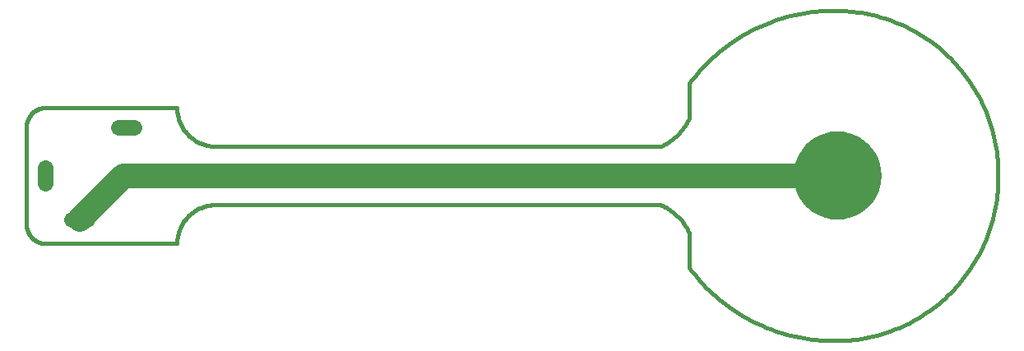
<source format=gtl>
G75*
%MOIN*%
%OFA0B0*%
%FSLAX25Y25*%
%IPPOS*%
%LPD*%
%AMOC8*
5,1,8,0,0,1.08239X$1,22.5*
%
%ADD10C,0.01600*%
%ADD11C,0.06337*%
%ADD12C,0.10000*%
%ADD13C,0.00600*%
D10*
X0023106Y0041189D02*
X0076256Y0041189D01*
X0076261Y0041570D01*
X0076274Y0041950D01*
X0076297Y0042330D01*
X0076330Y0042709D01*
X0076371Y0043087D01*
X0076421Y0043464D01*
X0076481Y0043840D01*
X0076549Y0044215D01*
X0076627Y0044587D01*
X0076714Y0044958D01*
X0076809Y0045326D01*
X0076914Y0045692D01*
X0077027Y0046055D01*
X0077149Y0046416D01*
X0077279Y0046773D01*
X0077419Y0047127D01*
X0077566Y0047478D01*
X0077723Y0047825D01*
X0077887Y0048168D01*
X0078060Y0048507D01*
X0078241Y0048842D01*
X0078430Y0049173D01*
X0078627Y0049498D01*
X0078831Y0049819D01*
X0079044Y0050135D01*
X0079264Y0050445D01*
X0079491Y0050751D01*
X0079726Y0051050D01*
X0079968Y0051344D01*
X0080216Y0051632D01*
X0080472Y0051914D01*
X0080735Y0052189D01*
X0081004Y0052458D01*
X0081279Y0052721D01*
X0081561Y0052977D01*
X0081849Y0053225D01*
X0082143Y0053467D01*
X0082442Y0053702D01*
X0082748Y0053929D01*
X0083058Y0054149D01*
X0083374Y0054362D01*
X0083695Y0054566D01*
X0084020Y0054763D01*
X0084351Y0054952D01*
X0084686Y0055133D01*
X0085025Y0055306D01*
X0085368Y0055470D01*
X0085715Y0055627D01*
X0086066Y0055774D01*
X0086420Y0055914D01*
X0086777Y0056044D01*
X0087138Y0056166D01*
X0087501Y0056279D01*
X0087867Y0056384D01*
X0088235Y0056479D01*
X0088606Y0056566D01*
X0088978Y0056644D01*
X0089353Y0056712D01*
X0089729Y0056772D01*
X0090106Y0056822D01*
X0090484Y0056863D01*
X0090863Y0056896D01*
X0091243Y0056919D01*
X0091623Y0056932D01*
X0092004Y0056937D01*
X0272122Y0056937D01*
X0283933Y0045126D02*
X0283933Y0031347D01*
X0283933Y0045126D02*
X0283728Y0045603D01*
X0283513Y0046076D01*
X0283286Y0046543D01*
X0283048Y0047004D01*
X0282799Y0047460D01*
X0282539Y0047910D01*
X0282269Y0048354D01*
X0281988Y0048791D01*
X0281697Y0049221D01*
X0281395Y0049644D01*
X0281084Y0050060D01*
X0280763Y0050468D01*
X0280432Y0050868D01*
X0280092Y0051261D01*
X0279743Y0051645D01*
X0279384Y0052021D01*
X0279017Y0052388D01*
X0278641Y0052747D01*
X0278257Y0053096D01*
X0277864Y0053436D01*
X0277464Y0053767D01*
X0277056Y0054088D01*
X0276640Y0054399D01*
X0276217Y0054701D01*
X0275787Y0054992D01*
X0275350Y0055273D01*
X0274906Y0055543D01*
X0274456Y0055803D01*
X0274000Y0056052D01*
X0273539Y0056290D01*
X0273072Y0056517D01*
X0272599Y0056732D01*
X0272122Y0056937D01*
X0272122Y0080559D02*
X0092004Y0080559D01*
X0091623Y0080564D01*
X0091243Y0080577D01*
X0090863Y0080600D01*
X0090484Y0080633D01*
X0090106Y0080674D01*
X0089729Y0080724D01*
X0089353Y0080784D01*
X0088978Y0080852D01*
X0088606Y0080930D01*
X0088235Y0081017D01*
X0087867Y0081112D01*
X0087501Y0081217D01*
X0087138Y0081330D01*
X0086777Y0081452D01*
X0086420Y0081582D01*
X0086066Y0081722D01*
X0085715Y0081869D01*
X0085368Y0082026D01*
X0085025Y0082190D01*
X0084686Y0082363D01*
X0084351Y0082544D01*
X0084020Y0082733D01*
X0083695Y0082930D01*
X0083374Y0083134D01*
X0083058Y0083347D01*
X0082748Y0083567D01*
X0082442Y0083794D01*
X0082143Y0084029D01*
X0081849Y0084271D01*
X0081561Y0084519D01*
X0081279Y0084775D01*
X0081004Y0085038D01*
X0080735Y0085307D01*
X0080472Y0085582D01*
X0080216Y0085864D01*
X0079968Y0086152D01*
X0079726Y0086446D01*
X0079491Y0086745D01*
X0079264Y0087051D01*
X0079044Y0087361D01*
X0078831Y0087677D01*
X0078627Y0087998D01*
X0078430Y0088323D01*
X0078241Y0088654D01*
X0078060Y0088989D01*
X0077887Y0089328D01*
X0077723Y0089671D01*
X0077566Y0090018D01*
X0077419Y0090369D01*
X0077279Y0090723D01*
X0077149Y0091080D01*
X0077027Y0091441D01*
X0076914Y0091804D01*
X0076809Y0092170D01*
X0076714Y0092538D01*
X0076627Y0092909D01*
X0076549Y0093281D01*
X0076481Y0093656D01*
X0076421Y0094032D01*
X0076371Y0094409D01*
X0076330Y0094787D01*
X0076297Y0095166D01*
X0076274Y0095546D01*
X0076261Y0095926D01*
X0076256Y0096307D01*
X0023106Y0096307D01*
X0022916Y0096305D01*
X0022726Y0096298D01*
X0022536Y0096286D01*
X0022346Y0096270D01*
X0022157Y0096250D01*
X0021968Y0096224D01*
X0021780Y0096195D01*
X0021593Y0096160D01*
X0021407Y0096121D01*
X0021222Y0096078D01*
X0021037Y0096030D01*
X0020854Y0095978D01*
X0020673Y0095922D01*
X0020493Y0095861D01*
X0020314Y0095795D01*
X0020137Y0095726D01*
X0019961Y0095652D01*
X0019788Y0095574D01*
X0019616Y0095491D01*
X0019447Y0095405D01*
X0019279Y0095315D01*
X0019114Y0095220D01*
X0018951Y0095122D01*
X0018791Y0095019D01*
X0018633Y0094913D01*
X0018478Y0094803D01*
X0018325Y0094690D01*
X0018175Y0094572D01*
X0018029Y0094451D01*
X0017885Y0094327D01*
X0017744Y0094199D01*
X0017606Y0094068D01*
X0017471Y0093933D01*
X0017340Y0093795D01*
X0017212Y0093654D01*
X0017088Y0093510D01*
X0016967Y0093364D01*
X0016849Y0093214D01*
X0016736Y0093061D01*
X0016626Y0092906D01*
X0016520Y0092748D01*
X0016417Y0092588D01*
X0016319Y0092425D01*
X0016224Y0092260D01*
X0016134Y0092092D01*
X0016048Y0091923D01*
X0015965Y0091751D01*
X0015887Y0091578D01*
X0015813Y0091402D01*
X0015744Y0091225D01*
X0015678Y0091046D01*
X0015617Y0090866D01*
X0015561Y0090685D01*
X0015509Y0090502D01*
X0015461Y0090317D01*
X0015418Y0090132D01*
X0015379Y0089946D01*
X0015344Y0089759D01*
X0015315Y0089571D01*
X0015289Y0089382D01*
X0015269Y0089193D01*
X0015253Y0089003D01*
X0015241Y0088813D01*
X0015234Y0088623D01*
X0015232Y0088433D01*
X0015232Y0049063D01*
X0015234Y0048873D01*
X0015241Y0048683D01*
X0015253Y0048493D01*
X0015269Y0048303D01*
X0015289Y0048114D01*
X0015315Y0047925D01*
X0015344Y0047737D01*
X0015379Y0047550D01*
X0015418Y0047364D01*
X0015461Y0047179D01*
X0015509Y0046994D01*
X0015561Y0046811D01*
X0015617Y0046630D01*
X0015678Y0046450D01*
X0015744Y0046271D01*
X0015813Y0046094D01*
X0015887Y0045918D01*
X0015965Y0045745D01*
X0016048Y0045573D01*
X0016134Y0045404D01*
X0016224Y0045236D01*
X0016319Y0045071D01*
X0016417Y0044908D01*
X0016520Y0044748D01*
X0016626Y0044590D01*
X0016736Y0044435D01*
X0016849Y0044282D01*
X0016967Y0044132D01*
X0017088Y0043986D01*
X0017212Y0043842D01*
X0017340Y0043701D01*
X0017471Y0043563D01*
X0017606Y0043428D01*
X0017744Y0043297D01*
X0017885Y0043169D01*
X0018029Y0043045D01*
X0018175Y0042924D01*
X0018325Y0042806D01*
X0018478Y0042693D01*
X0018633Y0042583D01*
X0018791Y0042477D01*
X0018951Y0042374D01*
X0019114Y0042276D01*
X0019279Y0042181D01*
X0019447Y0042091D01*
X0019616Y0042005D01*
X0019788Y0041922D01*
X0019961Y0041844D01*
X0020137Y0041770D01*
X0020314Y0041701D01*
X0020493Y0041635D01*
X0020673Y0041574D01*
X0020854Y0041518D01*
X0021037Y0041466D01*
X0021222Y0041418D01*
X0021407Y0041375D01*
X0021593Y0041336D01*
X0021780Y0041301D01*
X0021968Y0041272D01*
X0022157Y0041246D01*
X0022346Y0041226D01*
X0022536Y0041210D01*
X0022726Y0041198D01*
X0022916Y0041191D01*
X0023106Y0041189D01*
X0272122Y0080559D02*
X0272614Y0080770D01*
X0273101Y0080993D01*
X0273582Y0081228D01*
X0274058Y0081475D01*
X0274527Y0081733D01*
X0274990Y0082003D01*
X0275446Y0082284D01*
X0275895Y0082576D01*
X0276336Y0082879D01*
X0276771Y0083193D01*
X0277197Y0083517D01*
X0277615Y0083852D01*
X0278025Y0084197D01*
X0278426Y0084551D01*
X0278819Y0084916D01*
X0279202Y0085290D01*
X0279576Y0085673D01*
X0279941Y0086066D01*
X0280295Y0086467D01*
X0280640Y0086877D01*
X0280975Y0087295D01*
X0281299Y0087721D01*
X0281613Y0088156D01*
X0281916Y0088597D01*
X0282208Y0089046D01*
X0282489Y0089502D01*
X0282759Y0089965D01*
X0283017Y0090434D01*
X0283264Y0090910D01*
X0283499Y0091391D01*
X0283722Y0091878D01*
X0283933Y0092370D01*
X0283933Y0106150D01*
X0283933Y0031347D02*
X0284980Y0029958D01*
X0286059Y0028595D01*
X0287171Y0027258D01*
X0288314Y0025949D01*
X0289489Y0024667D01*
X0290694Y0023413D01*
X0291929Y0022189D01*
X0293192Y0020995D01*
X0294484Y0019832D01*
X0295804Y0018700D01*
X0297150Y0017600D01*
X0298523Y0016532D01*
X0299920Y0015498D01*
X0301342Y0014498D01*
X0302788Y0013532D01*
X0304256Y0012601D01*
X0305747Y0011705D01*
X0307258Y0010846D01*
X0308790Y0010023D01*
X0310340Y0009237D01*
X0311910Y0008488D01*
X0313496Y0007778D01*
X0315100Y0007105D01*
X0316719Y0006472D01*
X0318353Y0005877D01*
X0320000Y0005322D01*
X0321661Y0004806D01*
X0323333Y0004331D01*
X0325016Y0003895D01*
X0326709Y0003500D01*
X0328412Y0003146D01*
X0330122Y0002833D01*
X0331839Y0002561D01*
X0333562Y0002331D01*
X0335291Y0002141D01*
X0337023Y0001993D01*
X0338758Y0001887D01*
X0340496Y0001823D01*
X0342234Y0001800D01*
X0343973Y0001819D01*
X0283933Y0106149D02*
X0284980Y0107538D01*
X0286059Y0108901D01*
X0287171Y0110238D01*
X0288314Y0111547D01*
X0289489Y0112829D01*
X0290694Y0114083D01*
X0291929Y0115307D01*
X0293192Y0116501D01*
X0294484Y0117664D01*
X0295804Y0118796D01*
X0297150Y0119896D01*
X0298523Y0120964D01*
X0299920Y0121998D01*
X0301342Y0122998D01*
X0302788Y0123964D01*
X0304256Y0124895D01*
X0305747Y0125791D01*
X0307258Y0126650D01*
X0308790Y0127473D01*
X0310340Y0128259D01*
X0311910Y0129008D01*
X0313496Y0129718D01*
X0315100Y0130391D01*
X0316719Y0131024D01*
X0318353Y0131619D01*
X0320000Y0132174D01*
X0321661Y0132690D01*
X0323333Y0133165D01*
X0325016Y0133601D01*
X0326709Y0133996D01*
X0328412Y0134350D01*
X0330122Y0134663D01*
X0331839Y0134935D01*
X0333562Y0135165D01*
X0335291Y0135355D01*
X0337023Y0135503D01*
X0338758Y0135609D01*
X0340496Y0135673D01*
X0342234Y0135696D01*
X0343973Y0135677D01*
X0343972Y0135677D02*
X0345565Y0135634D01*
X0347157Y0135552D01*
X0348746Y0135432D01*
X0350332Y0135274D01*
X0351914Y0135077D01*
X0353490Y0134842D01*
X0355060Y0134570D01*
X0356624Y0134259D01*
X0358179Y0133911D01*
X0359725Y0133525D01*
X0361262Y0133102D01*
X0362788Y0132642D01*
X0364302Y0132145D01*
X0365804Y0131612D01*
X0367293Y0131042D01*
X0368767Y0130437D01*
X0370226Y0129796D01*
X0371670Y0129121D01*
X0373096Y0128410D01*
X0374506Y0127666D01*
X0375896Y0126887D01*
X0377268Y0126075D01*
X0378619Y0125231D01*
X0379950Y0124353D01*
X0381259Y0123444D01*
X0382546Y0122504D01*
X0383809Y0121533D01*
X0385049Y0120531D01*
X0386264Y0119500D01*
X0387454Y0118440D01*
X0388618Y0117351D01*
X0389755Y0116234D01*
X0390865Y0115091D01*
X0391947Y0113921D01*
X0393001Y0112725D01*
X0394025Y0111504D01*
X0395020Y0110258D01*
X0395984Y0108989D01*
X0396917Y0107697D01*
X0397819Y0106383D01*
X0398688Y0105047D01*
X0399525Y0103691D01*
X0400329Y0102315D01*
X0401100Y0100920D01*
X0401836Y0099507D01*
X0402539Y0098076D01*
X0403206Y0096629D01*
X0403839Y0095166D01*
X0404435Y0093688D01*
X0404996Y0092196D01*
X0405521Y0090691D01*
X0406009Y0089174D01*
X0406461Y0087645D01*
X0406875Y0086106D01*
X0407252Y0084558D01*
X0407591Y0083001D01*
X0407893Y0081436D01*
X0408157Y0079864D01*
X0408383Y0078286D01*
X0408570Y0076704D01*
X0408720Y0075117D01*
X0408831Y0073527D01*
X0408903Y0071935D01*
X0408937Y0070342D01*
X0408933Y0068748D01*
X0408937Y0067154D01*
X0408903Y0065561D01*
X0408831Y0063969D01*
X0408720Y0062379D01*
X0408570Y0060792D01*
X0408383Y0059210D01*
X0408157Y0057632D01*
X0407893Y0056060D01*
X0407591Y0054495D01*
X0407252Y0052938D01*
X0406875Y0051390D01*
X0406461Y0049851D01*
X0406009Y0048322D01*
X0405521Y0046805D01*
X0404996Y0045300D01*
X0404435Y0043808D01*
X0403839Y0042330D01*
X0403206Y0040867D01*
X0402539Y0039420D01*
X0401836Y0037989D01*
X0401100Y0036576D01*
X0400329Y0035181D01*
X0399525Y0033805D01*
X0398688Y0032449D01*
X0397819Y0031113D01*
X0396917Y0029799D01*
X0395984Y0028507D01*
X0395020Y0027238D01*
X0394025Y0025992D01*
X0393001Y0024771D01*
X0391947Y0023575D01*
X0390865Y0022405D01*
X0389755Y0021262D01*
X0388618Y0020145D01*
X0387454Y0019056D01*
X0386264Y0017996D01*
X0385049Y0016965D01*
X0383809Y0015963D01*
X0382546Y0014992D01*
X0381259Y0014052D01*
X0379950Y0013143D01*
X0378619Y0012265D01*
X0377268Y0011421D01*
X0375896Y0010609D01*
X0374506Y0009830D01*
X0373096Y0009086D01*
X0371670Y0008375D01*
X0370226Y0007700D01*
X0368767Y0007059D01*
X0367293Y0006454D01*
X0365804Y0005884D01*
X0364302Y0005351D01*
X0362788Y0004854D01*
X0361262Y0004394D01*
X0359725Y0003971D01*
X0358179Y0003585D01*
X0356624Y0003237D01*
X0355060Y0002926D01*
X0353490Y0002654D01*
X0351914Y0002419D01*
X0350332Y0002222D01*
X0348746Y0002064D01*
X0347157Y0001944D01*
X0345565Y0001862D01*
X0343972Y0001819D01*
D11*
X0058794Y0088433D02*
X0052457Y0088433D01*
X0022949Y0071917D02*
X0022949Y0065580D01*
X0033560Y0051032D02*
X0039897Y0051032D01*
D12*
X0036768Y0051032D02*
X0054484Y0068748D01*
X0343972Y0068748D01*
D13*
X0326531Y0067551D02*
X0361414Y0067551D01*
X0361374Y0066953D02*
X0326570Y0066953D01*
X0326603Y0066461D02*
X0327050Y0064214D01*
X0327786Y0062044D01*
X0328800Y0059988D01*
X0330073Y0058083D01*
X0331584Y0056360D01*
X0333307Y0054849D01*
X0335213Y0053576D01*
X0337268Y0052562D01*
X0339438Y0051825D01*
X0341686Y0051378D01*
X0343972Y0051228D01*
X0346259Y0051378D01*
X0348507Y0051825D01*
X0350677Y0052562D01*
X0352732Y0053576D01*
X0354638Y0054849D01*
X0356361Y0056360D01*
X0357872Y0058083D01*
X0359145Y0059988D01*
X0360159Y0062044D01*
X0360895Y0064214D01*
X0361342Y0066461D01*
X0361492Y0068748D01*
X0326453Y0068748D01*
X0326603Y0066461D01*
X0326624Y0066354D02*
X0361321Y0066354D01*
X0361202Y0065756D02*
X0326743Y0065756D01*
X0326862Y0065157D02*
X0361083Y0065157D01*
X0360964Y0064559D02*
X0326981Y0064559D01*
X0327136Y0063960D02*
X0360809Y0063960D01*
X0360606Y0063362D02*
X0327339Y0063362D01*
X0327542Y0062763D02*
X0360403Y0062763D01*
X0360200Y0062164D02*
X0327745Y0062164D01*
X0328022Y0061566D02*
X0359923Y0061566D01*
X0359628Y0060967D02*
X0328317Y0060967D01*
X0328612Y0060369D02*
X0359333Y0060369D01*
X0358999Y0059770D02*
X0328945Y0059770D01*
X0329345Y0059172D02*
X0358599Y0059172D01*
X0358200Y0058573D02*
X0329745Y0058573D01*
X0330168Y0057975D02*
X0357777Y0057975D01*
X0357252Y0057376D02*
X0330693Y0057376D01*
X0331218Y0056778D02*
X0356727Y0056778D01*
X0356155Y0056179D02*
X0331790Y0056179D01*
X0332472Y0055581D02*
X0355472Y0055581D01*
X0354790Y0054982D02*
X0333155Y0054982D01*
X0334003Y0054384D02*
X0353942Y0054384D01*
X0353046Y0053785D02*
X0334899Y0053785D01*
X0336001Y0053187D02*
X0351944Y0053187D01*
X0350730Y0052588D02*
X0337215Y0052588D01*
X0338954Y0051990D02*
X0348991Y0051990D01*
X0346324Y0051391D02*
X0341620Y0051391D01*
X0326492Y0068150D02*
X0361453Y0068150D01*
X0361492Y0068748D02*
X0361342Y0071035D01*
X0360895Y0073283D01*
X0360159Y0075453D01*
X0359145Y0077508D01*
X0357872Y0079413D01*
X0356361Y0081136D01*
X0354638Y0082647D01*
X0352732Y0083921D01*
X0350677Y0084934D01*
X0348507Y0085671D01*
X0346259Y0086118D01*
X0343972Y0086268D01*
X0341686Y0086118D01*
X0339438Y0085671D01*
X0337268Y0084934D01*
X0335213Y0083921D01*
X0333307Y0082647D01*
X0331584Y0081136D01*
X0330073Y0079413D01*
X0328800Y0077508D01*
X0327786Y0075453D01*
X0327050Y0073283D01*
X0326603Y0071035D01*
X0326453Y0068748D01*
X0326492Y0069347D02*
X0361453Y0069347D01*
X0361414Y0069945D02*
X0326531Y0069945D01*
X0326570Y0070544D02*
X0361374Y0070544D01*
X0361321Y0071142D02*
X0326624Y0071142D01*
X0326743Y0071741D02*
X0361202Y0071741D01*
X0361083Y0072339D02*
X0326862Y0072339D01*
X0326981Y0072938D02*
X0360964Y0072938D01*
X0360809Y0073536D02*
X0327136Y0073536D01*
X0327339Y0074135D02*
X0360606Y0074135D01*
X0360403Y0074733D02*
X0327542Y0074733D01*
X0327745Y0075332D02*
X0360200Y0075332D01*
X0359923Y0075930D02*
X0328022Y0075930D01*
X0328317Y0076529D02*
X0359628Y0076529D01*
X0359333Y0077127D02*
X0328612Y0077127D01*
X0328946Y0077726D02*
X0358999Y0077726D01*
X0358599Y0078324D02*
X0329345Y0078324D01*
X0329745Y0078923D02*
X0358200Y0078923D01*
X0357777Y0079521D02*
X0330168Y0079521D01*
X0330693Y0080120D02*
X0357252Y0080120D01*
X0356727Y0080718D02*
X0331218Y0080718D01*
X0331790Y0081317D02*
X0356155Y0081317D01*
X0355473Y0081915D02*
X0332472Y0081915D01*
X0333155Y0082514D02*
X0354790Y0082514D01*
X0353942Y0083112D02*
X0334003Y0083112D01*
X0334899Y0083711D02*
X0353046Y0083711D01*
X0351944Y0084309D02*
X0336001Y0084309D01*
X0337215Y0084908D02*
X0350730Y0084908D01*
X0348991Y0085506D02*
X0338954Y0085506D01*
X0341620Y0086105D02*
X0346324Y0086105D01*
M02*

</source>
